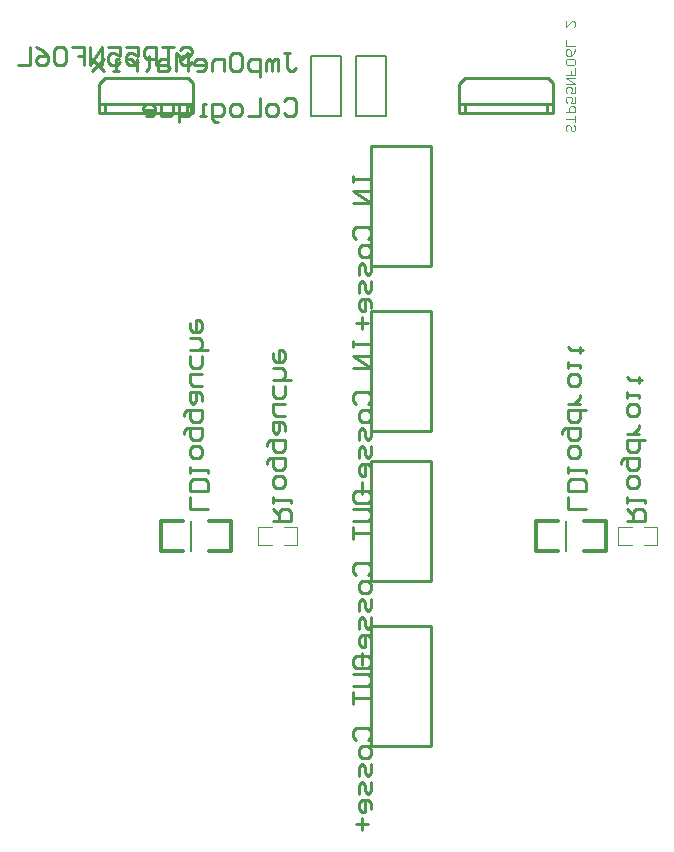
<source format=gbo>
%FSLAX43Y43*%
%MOMM*%
G71*
G01*
G75*
G04 Layer_Color=32896*
%ADD10R,1.016X1.270*%
%ADD11R,1.270X1.016*%
%ADD12R,2.032X2.032*%
%ADD13C,0.800*%
%ADD14C,0.254*%
%ADD15C,5.000*%
%ADD16C,1.778*%
%ADD17C,3.048*%
%ADD18R,3.048X3.048*%
%ADD19C,1.800*%
%ADD20C,1.270*%
%ADD21R,2.032X2.032*%
%ADD22C,0.051*%
%ADD23C,0.203*%
%ADD24C,0.305*%
%ADD25R,1.219X1.473*%
%ADD26R,1.473X1.219*%
%ADD27R,2.235X2.235*%
%ADD28C,5.203*%
%ADD29C,1.981*%
%ADD30C,3.251*%
%ADD31R,3.251X3.251*%
%ADD32C,2.003*%
%ADD33C,1.473*%
%ADD34R,2.235X2.235*%
%ADD35C,0.100*%
G54D14*
X81280Y52070D02*
X86360D01*
X81280Y41910D02*
Y52070D01*
X86360Y41910D02*
Y52070D01*
X81280Y41910D02*
X86360D01*
X81280Y38100D02*
X86360D01*
X81280Y27940D02*
Y38100D01*
X86360Y27940D02*
Y38100D01*
X81280Y27940D02*
X86360D01*
X81280Y64770D02*
X86360D01*
X81280Y54610D02*
Y64770D01*
X86360Y54610D02*
Y64770D01*
X81280Y54610D02*
X86360D01*
X81280Y78740D02*
X86360D01*
X81280Y68580D02*
Y78740D01*
X86360Y68580D02*
Y78740D01*
X81280Y68580D02*
X86360D01*
X58730Y81520D02*
Y82320D01*
X65730Y81520D02*
Y82320D01*
X58230D02*
X66230D01*
X58730Y84520D02*
X65830D01*
X66230Y84120D01*
X58230Y84020D02*
X58730Y84520D01*
X58230Y83820D02*
Y84020D01*
X66230Y81520D02*
Y84120D01*
X58230Y81520D02*
X66230D01*
X58230D02*
Y83820D01*
X89210Y81520D02*
Y82320D01*
X96210Y81520D02*
Y82320D01*
X88710D02*
X96710D01*
X89210Y84520D02*
X96310D01*
X96710Y84120D01*
X88710Y84020D02*
X89210Y84520D01*
X88710Y83820D02*
Y84020D01*
X96710Y81520D02*
Y84120D01*
X88710Y81520D02*
X96710D01*
X88710D02*
Y83820D01*
X103000Y47000D02*
X104524D01*
Y47762D01*
X104270Y48016D01*
X103762D01*
X103508Y47762D01*
Y47000D01*
Y47508D02*
X103000Y48016D01*
Y48524D02*
Y49031D01*
Y48777D01*
X104524D01*
Y48524D01*
X103000Y50047D02*
Y50555D01*
X103254Y50809D01*
X103762D01*
X104016Y50555D01*
Y50047D01*
X103762Y49793D01*
X103254D01*
X103000Y50047D01*
X102492Y51824D02*
Y52078D01*
X102746Y52332D01*
X104016D01*
Y51571D01*
X103762Y51317D01*
X103254D01*
X103000Y51571D01*
Y52332D01*
X104524Y53856D02*
X103000D01*
Y53094D01*
X103254Y52840D01*
X103762D01*
X104016Y53094D01*
Y53856D01*
Y54364D02*
X103000D01*
X103508D01*
X103762Y54618D01*
X104016Y54871D01*
Y55125D01*
X103000Y56141D02*
Y56649D01*
X103254Y56903D01*
X103762D01*
X104016Y56649D01*
Y56141D01*
X103762Y55887D01*
X103254D01*
X103000Y56141D01*
Y57411D02*
Y57918D01*
Y57665D01*
X104016D01*
Y57411D01*
X104270Y58934D02*
X104016D01*
Y58680D01*
Y59188D01*
Y58934D01*
X103254D01*
X103000Y59188D01*
X73000Y47000D02*
X74524D01*
Y47762D01*
X74270Y48016D01*
X73762D01*
X73508Y47762D01*
Y47000D01*
Y47508D02*
X73000Y48016D01*
Y48524D02*
Y49031D01*
Y48777D01*
X74524D01*
Y48524D01*
X73000Y50047D02*
Y50555D01*
X73254Y50809D01*
X73762D01*
X74016Y50555D01*
Y50047D01*
X73762Y49793D01*
X73254D01*
X73000Y50047D01*
X72492Y51824D02*
Y52078D01*
X72746Y52332D01*
X74016D01*
Y51571D01*
X73762Y51317D01*
X73254D01*
X73000Y51571D01*
Y52332D01*
X72492Y53348D02*
Y53602D01*
X72746Y53856D01*
X74016D01*
Y53094D01*
X73762Y52840D01*
X73254D01*
X73000Y53094D01*
Y53856D01*
X74016Y54618D02*
Y55125D01*
X73762Y55379D01*
X73000D01*
Y54618D01*
X73254Y54364D01*
X73508Y54618D01*
Y55379D01*
X74016Y55887D02*
X73254D01*
X73000Y56141D01*
Y56903D01*
X74016D01*
Y58426D02*
Y57665D01*
X73762Y57411D01*
X73254D01*
X73000Y57665D01*
Y58426D01*
X74524Y58934D02*
X73000D01*
X73762D01*
X74016Y59188D01*
Y59696D01*
X73762Y59950D01*
X73000D01*
Y61219D02*
Y60712D01*
X73254Y60458D01*
X73762D01*
X74016Y60712D01*
Y61219D01*
X73762Y61473D01*
X73508D01*
Y60458D01*
X67524Y48000D02*
X66000D01*
Y49016D01*
X67524Y49524D02*
X66000D01*
Y50285D01*
X66254Y50539D01*
X67270D01*
X67524Y50285D01*
Y49524D01*
X66000Y51047D02*
Y51555D01*
Y51301D01*
X67524D01*
Y51047D01*
X66000Y52571D02*
Y53078D01*
X66254Y53332D01*
X66762D01*
X67016Y53078D01*
Y52571D01*
X66762Y52317D01*
X66254D01*
X66000Y52571D01*
X65492Y54348D02*
Y54602D01*
X65746Y54856D01*
X67016D01*
Y54094D01*
X66762Y53840D01*
X66254D01*
X66000Y54094D01*
Y54856D01*
X65492Y55871D02*
Y56125D01*
X65746Y56379D01*
X67016D01*
Y55618D01*
X66762Y55364D01*
X66254D01*
X66000Y55618D01*
Y56379D01*
X67016Y57141D02*
Y57649D01*
X66762Y57903D01*
X66000D01*
Y57141D01*
X66254Y56887D01*
X66508Y57141D01*
Y57903D01*
X67016Y58411D02*
X66254D01*
X66000Y58665D01*
Y59426D01*
X67016D01*
Y60950D02*
Y60188D01*
X66762Y59934D01*
X66254D01*
X66000Y60188D01*
Y60950D01*
X67524Y61458D02*
X66000D01*
X66762D01*
X67016Y61712D01*
Y62219D01*
X66762Y62473D01*
X66000D01*
Y63743D02*
Y63235D01*
X66254Y62981D01*
X66762D01*
X67016Y63235D01*
Y63743D01*
X66762Y63997D01*
X66508D01*
Y62981D01*
X73914Y82550D02*
X74168Y82804D01*
X74676D01*
X74930Y82550D01*
Y81534D01*
X74676Y81280D01*
X74168D01*
X73914Y81534D01*
X73153Y81280D02*
X72645D01*
X72391Y81534D01*
Y82042D01*
X72645Y82296D01*
X73153D01*
X73406Y82042D01*
Y81534D01*
X73153Y81280D01*
X71883Y82804D02*
Y81280D01*
X70867D01*
X70106D02*
X69598D01*
X69344Y81534D01*
Y82042D01*
X69598Y82296D01*
X70106D01*
X70359Y82042D01*
Y81534D01*
X70106Y81280D01*
X68328Y80772D02*
X68074D01*
X67820Y81026D01*
Y82296D01*
X68582D01*
X68836Y82042D01*
Y81534D01*
X68582Y81280D01*
X67820D01*
X67312D02*
X66805D01*
X67059D01*
Y82296D01*
X67312D01*
X65027Y80772D02*
Y82296D01*
X65789D01*
X66043Y82042D01*
Y81534D01*
X65789Y81280D01*
X65027D01*
X64519Y82296D02*
Y81534D01*
X64265Y81280D01*
X63504D01*
Y82296D01*
X62234Y81280D02*
X62742D01*
X62996Y81534D01*
Y82042D01*
X62742Y82296D01*
X62234D01*
X61980Y82042D01*
Y81788D01*
X62996D01*
X73914Y86614D02*
X74422D01*
X74168D01*
Y85344D01*
X74422Y85090D01*
X74676D01*
X74930Y85344D01*
X73406Y85090D02*
Y86106D01*
X73153D01*
X72899Y85852D01*
Y85090D01*
Y85852D01*
X72645Y86106D01*
X72391Y85852D01*
Y85090D01*
X71883Y84582D02*
Y86106D01*
X71121D01*
X70867Y85852D01*
Y85344D01*
X71121Y85090D01*
X71883D01*
X69598Y86614D02*
X70106D01*
X70359Y86360D01*
Y85344D01*
X70106Y85090D01*
X69598D01*
X69344Y85344D01*
Y86360D01*
X69598Y86614D01*
X68836Y85090D02*
Y86106D01*
X68074D01*
X67820Y85852D01*
Y85090D01*
X66551D02*
X67059D01*
X67312Y85344D01*
Y85852D01*
X67059Y86106D01*
X66551D01*
X66297Y85852D01*
Y85598D01*
X67312D01*
X65789Y85090D02*
Y86614D01*
X65281Y86106D01*
X64773Y86614D01*
Y85090D01*
X64012Y86106D02*
X63504D01*
X63250Y85852D01*
Y85090D01*
X64012D01*
X64265Y85344D01*
X64012Y85598D01*
X63250D01*
X62488Y86360D02*
Y86106D01*
X62742D01*
X62234D01*
X62488D01*
Y85344D01*
X62234Y85090D01*
X61472Y86106D02*
Y85090D01*
Y85598D01*
X61218Y85852D01*
X60965Y86106D01*
X60711D01*
X59949Y85090D02*
X59441D01*
X59695D01*
Y86106D01*
X59949D01*
X58679D02*
X57664Y85090D01*
X58171Y85598D01*
X57664Y86106D01*
X58679Y85090D01*
X99524Y48000D02*
X98000D01*
Y49016D01*
X99524Y49524D02*
X98000D01*
Y50285D01*
X98254Y50539D01*
X99270D01*
X99524Y50285D01*
Y49524D01*
X98000Y51047D02*
Y51555D01*
Y51301D01*
X99524D01*
Y51047D01*
X98000Y52571D02*
Y53078D01*
X98254Y53332D01*
X98762D01*
X99016Y53078D01*
Y52571D01*
X98762Y52317D01*
X98254D01*
X98000Y52571D01*
X97492Y54348D02*
Y54602D01*
X97746Y54856D01*
X99016D01*
Y54094D01*
X98762Y53840D01*
X98254D01*
X98000Y54094D01*
Y54856D01*
X99524Y56379D02*
X98000D01*
Y55618D01*
X98254Y55364D01*
X98762D01*
X99016Y55618D01*
Y56379D01*
Y56887D02*
X98000D01*
X98508D01*
X98762Y57141D01*
X99016Y57395D01*
Y57649D01*
X98000Y58665D02*
Y59172D01*
X98254Y59426D01*
X98762D01*
X99016Y59172D01*
Y58665D01*
X98762Y58411D01*
X98254D01*
X98000Y58665D01*
Y59934D02*
Y60442D01*
Y60188D01*
X99016D01*
Y59934D01*
X99270Y61458D02*
X99016D01*
Y61204D01*
Y61712D01*
Y61458D01*
X98254D01*
X98000Y61712D01*
X79756Y48768D02*
Y49276D01*
X80010Y49530D01*
X81026D01*
X81280Y49276D01*
Y48768D01*
X81026Y48514D01*
X80010D01*
X79756Y48768D01*
Y48006D02*
X81026D01*
X81280Y47753D01*
Y47245D01*
X81026Y46991D01*
X79756D01*
Y46483D02*
Y45467D01*
Y45975D01*
X81280D01*
X80010Y42420D02*
X79756Y42674D01*
Y43182D01*
X80010Y43436D01*
X81026D01*
X81280Y43182D01*
Y42674D01*
X81026Y42420D01*
X81280Y41659D02*
Y41151D01*
X81026Y40897D01*
X80518D01*
X80264Y41151D01*
Y41659D01*
X80518Y41912D01*
X81026D01*
X81280Y41659D01*
Y40389D02*
Y39627D01*
X81026Y39373D01*
X80772Y39627D01*
Y40135D01*
X80518Y40389D01*
X80264Y40135D01*
Y39373D01*
X81280Y38865D02*
Y38104D01*
X81026Y37850D01*
X80772Y38104D01*
Y38612D01*
X80518Y38865D01*
X80264Y38612D01*
Y37850D01*
X81280Y36580D02*
Y37088D01*
X81026Y37342D01*
X80518D01*
X80264Y37088D01*
Y36580D01*
X80518Y36326D01*
X80772D01*
Y37342D01*
X80518Y35818D02*
Y34803D01*
X79756Y34798D02*
Y35306D01*
X80010Y35560D01*
X81026D01*
X81280Y35306D01*
Y34798D01*
X81026Y34544D01*
X80010D01*
X79756Y34798D01*
Y34036D02*
X81026D01*
X81280Y33783D01*
Y33275D01*
X81026Y33021D01*
X79756D01*
Y32513D02*
Y31497D01*
Y32005D01*
X81280D01*
X80010Y28450D02*
X79756Y28704D01*
Y29212D01*
X80010Y29466D01*
X81026D01*
X81280Y29212D01*
Y28704D01*
X81026Y28450D01*
X81280Y27689D02*
Y27181D01*
X81026Y26927D01*
X80518D01*
X80264Y27181D01*
Y27689D01*
X80518Y27942D01*
X81026D01*
X81280Y27689D01*
Y26419D02*
Y25657D01*
X81026Y25403D01*
X80772Y25657D01*
Y26165D01*
X80518Y26419D01*
X80264Y26165D01*
Y25403D01*
X81280Y24895D02*
Y24134D01*
X81026Y23880D01*
X80772Y24134D01*
Y24642D01*
X80518Y24895D01*
X80264Y24642D01*
Y23880D01*
X81280Y22610D02*
Y23118D01*
X81026Y23372D01*
X80518D01*
X80264Y23118D01*
Y22610D01*
X80518Y22356D01*
X80772D01*
Y23372D01*
X80518Y21848D02*
Y20833D01*
X80010Y21341D02*
X81026D01*
X79756Y62230D02*
Y61722D01*
Y61976D01*
X81280D01*
Y62230D01*
Y61722D01*
Y60960D02*
X79756D01*
X81280Y59945D01*
X79756D01*
X80010Y56898D02*
X79756Y57152D01*
Y57659D01*
X80010Y57913D01*
X81026D01*
X81280Y57659D01*
Y57152D01*
X81026Y56898D01*
X81280Y56136D02*
Y55628D01*
X81026Y55374D01*
X80518D01*
X80264Y55628D01*
Y56136D01*
X80518Y56390D01*
X81026D01*
X81280Y56136D01*
Y54866D02*
Y54105D01*
X81026Y53851D01*
X80772Y54105D01*
Y54612D01*
X80518Y54866D01*
X80264Y54612D01*
Y53851D01*
X81280Y53343D02*
Y52581D01*
X81026Y52327D01*
X80772Y52581D01*
Y53089D01*
X80518Y53343D01*
X80264Y53089D01*
Y52327D01*
X81280Y51058D02*
Y51565D01*
X81026Y51819D01*
X80518D01*
X80264Y51565D01*
Y51058D01*
X80518Y50804D01*
X80772D01*
Y51819D01*
X80518Y50296D02*
Y49280D01*
X79756Y76200D02*
Y75692D01*
Y75946D01*
X81280D01*
Y76200D01*
Y75692D01*
Y74930D02*
X79756D01*
X81280Y73915D01*
X79756D01*
X80010Y70868D02*
X79756Y71122D01*
Y71629D01*
X80010Y71883D01*
X81026D01*
X81280Y71629D01*
Y71122D01*
X81026Y70868D01*
X81280Y70106D02*
Y69598D01*
X81026Y69344D01*
X80518D01*
X80264Y69598D01*
Y70106D01*
X80518Y70360D01*
X81026D01*
X81280Y70106D01*
Y68836D02*
Y68075D01*
X81026Y67821D01*
X80772Y68075D01*
Y68582D01*
X80518Y68836D01*
X80264Y68582D01*
Y67821D01*
X81280Y67313D02*
Y66551D01*
X81026Y66297D01*
X80772Y66551D01*
Y67059D01*
X80518Y67313D01*
X80264Y67059D01*
Y66297D01*
X81280Y65028D02*
Y65535D01*
X81026Y65789D01*
X80518D01*
X80264Y65535D01*
Y65028D01*
X80518Y64774D01*
X80772D01*
Y65789D01*
X80518Y64266D02*
Y63250D01*
X80010Y63758D02*
X81026D01*
X65076Y86858D02*
X65330Y87112D01*
X65838D01*
X66092Y86858D01*
Y86604D01*
X65838Y86350D01*
X65330D01*
X65076Y86096D01*
Y85842D01*
X65330Y85588D01*
X65838D01*
X66092Y85842D01*
X64568Y87112D02*
X63552D01*
X64060D01*
Y85588D01*
X63045D02*
Y87112D01*
X62283D01*
X62029Y86858D01*
Y86350D01*
X62283Y86096D01*
X63045D01*
X60505Y87112D02*
X61521D01*
Y86350D01*
X61013Y86604D01*
X60759D01*
X60505Y86350D01*
Y85842D01*
X60759Y85588D01*
X61267D01*
X61521Y85842D01*
X58982Y87112D02*
X59998D01*
Y86350D01*
X59490Y86604D01*
X59236D01*
X58982Y86350D01*
Y85842D01*
X59236Y85588D01*
X59744D01*
X59998Y85842D01*
X58474Y85588D02*
Y87112D01*
X57458Y85588D01*
Y87112D01*
X55935D02*
X56951D01*
Y86350D01*
X56443D01*
X56951D01*
Y85588D01*
X55427Y86858D02*
X55173Y87112D01*
X54665D01*
X54411Y86858D01*
Y85842D01*
X54665Y85588D01*
X55173D01*
X55427Y85842D01*
Y86858D01*
X52888Y87112D02*
X53396Y86858D01*
X53904Y86350D01*
Y85842D01*
X53650Y85588D01*
X53142D01*
X52888Y85842D01*
Y86096D01*
X53142Y86350D01*
X53904D01*
X52380Y87112D02*
Y85588D01*
X51364D01*
G54D22*
X102235Y46482D02*
X103378D01*
X104394Y44958D02*
X105537D01*
Y46482D01*
X104394D02*
X105537D01*
X102235Y44958D02*
Y46482D01*
Y44958D02*
X103378D01*
X71755Y46482D02*
X72898D01*
X73914Y44958D02*
X75057D01*
Y46482D01*
X73914D02*
X75057D01*
X71755Y44958D02*
Y46482D01*
Y44958D02*
X72898D01*
G54D23*
X66040Y44450D02*
Y46990D01*
X76200Y86360D02*
X78740D01*
Y81280D02*
Y86360D01*
X76200Y81280D02*
X78740D01*
X76200D02*
Y86360D01*
X80010D02*
X82550D01*
Y81280D02*
Y86360D01*
X80010Y81280D02*
X82550D01*
X80010D02*
Y86360D01*
X97790Y44450D02*
Y46990D01*
G54D24*
X69469Y44450D02*
Y46990D01*
X63500Y44450D02*
Y46990D01*
X67564Y44450D02*
X69469D01*
X67564Y46990D02*
X69469D01*
X63500D02*
X65405D01*
X63500Y44450D02*
X65405D01*
X101219D02*
Y46990D01*
X95250Y44450D02*
Y46990D01*
X99314Y44450D02*
X101219D01*
X99314Y46990D02*
X101219D01*
X95250D02*
X97155D01*
X95250Y44450D02*
X97155D01*
G54D35*
X98456Y80543D02*
X98590Y80410D01*
Y80143D01*
X98456Y80010D01*
X98323D01*
X98190Y80143D01*
Y80410D01*
X98057Y80543D01*
X97923D01*
X97790Y80410D01*
Y80143D01*
X97923Y80010D01*
X98590Y80810D02*
Y81343D01*
Y81076D01*
X97790D01*
Y81609D02*
X98590D01*
Y82009D01*
X98456Y82143D01*
X98190D01*
X98057Y82009D01*
Y81609D01*
X98590Y82942D02*
Y82409D01*
X98190D01*
X98323Y82676D01*
Y82809D01*
X98190Y82942D01*
X97923D01*
X97790Y82809D01*
Y82543D01*
X97923Y82409D01*
X98590Y83742D02*
Y83209D01*
X98190D01*
X98323Y83476D01*
Y83609D01*
X98190Y83742D01*
X97923D01*
X97790Y83609D01*
Y83342D01*
X97923Y83209D01*
X97790Y84009D02*
X98590D01*
X97790Y84542D01*
X98590D01*
Y85342D02*
Y84808D01*
X98190D01*
Y85075D01*
Y84808D01*
X97790D01*
X98456Y85608D02*
X98590Y85741D01*
Y86008D01*
X98456Y86141D01*
X97923D01*
X97790Y86008D01*
Y85741D01*
X97923Y85608D01*
X98456D01*
X98590Y86941D02*
X98456Y86675D01*
X98190Y86408D01*
X97923D01*
X97790Y86541D01*
Y86808D01*
X97923Y86941D01*
X98057D01*
X98190Y86808D01*
Y86408D01*
X98590Y87208D02*
X97790D01*
Y87741D01*
Y89340D02*
Y88807D01*
X98323Y89340D01*
X98456D01*
X98590Y89207D01*
Y88940D01*
X98456Y88807D01*
M02*

</source>
